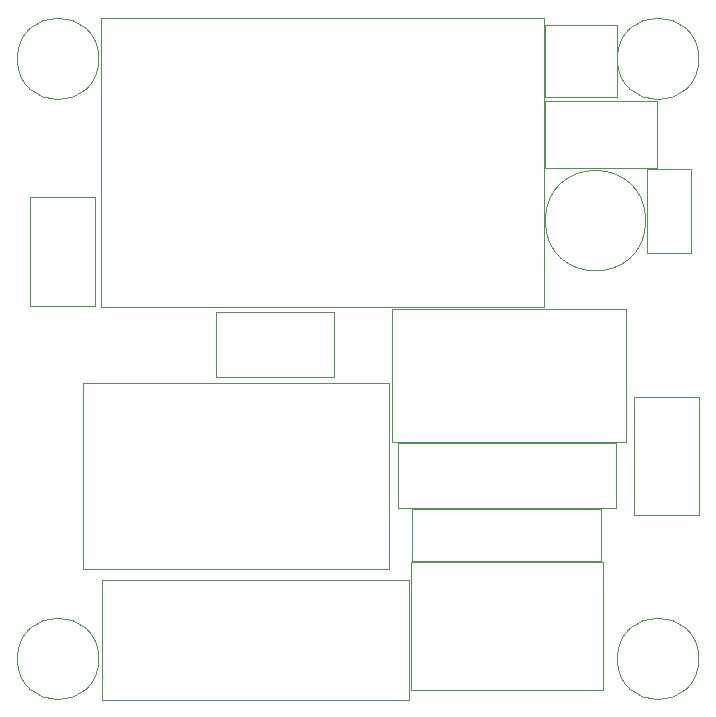
<source format=gbr>
%TF.GenerationSoftware,KiCad,Pcbnew,6.0.4-6f826c9f35~116~ubuntu18.04.1*%
%TF.CreationDate,2022-04-09T00:00:09+02:00*%
%TF.ProjectId,AE01.07.50.100,41453031-2e30-4372-9e35-302e3130302e,V1R0*%
%TF.SameCoordinates,PX9464480PY76a3180*%
%TF.FileFunction,Other,User*%
%FSLAX46Y46*%
G04 Gerber Fmt 4.6, Leading zero omitted, Abs format (unit mm)*
G04 Created by KiCad (PCBNEW 6.0.4-6f826c9f35~116~ubuntu18.04.1) date 2022-04-09 00:00:09*
%MOMM*%
%LPD*%
G01*
G04 APERTURE LIST*
%ADD10C,0.050000*%
G04 APERTURE END LIST*
D10*
%TO.C,L1*%
X2150000Y7650000D02*
X28050000Y7650000D01*
X28050000Y7650000D02*
X28050000Y23350000D01*
X2150000Y23350000D02*
X2150000Y7650000D01*
X28050000Y23350000D02*
X2150000Y23350000D01*
%TO.C,CONN1*%
X29860000Y-2605000D02*
X46110000Y-2605000D01*
X46110000Y-2605000D02*
X46110000Y8205000D01*
X29860000Y8205000D02*
X29860000Y-2605000D01*
X46110000Y8205000D02*
X29860000Y8205000D01*
%TO.C,L2*%
X48110000Y29655000D02*
X28290000Y29655000D01*
X28290000Y29655000D02*
X28290000Y18345000D01*
X28290000Y18345000D02*
X48110000Y18345000D01*
X48110000Y18345000D02*
X48110000Y29655000D01*
%TO.C,C1*%
X28750000Y12750000D02*
X47250000Y12750000D01*
X47250000Y12750000D02*
X47250000Y18250000D01*
X47250000Y18250000D02*
X28750000Y18250000D01*
X28750000Y18250000D02*
X28750000Y12750000D01*
%TO.C,C3*%
X48750000Y22200000D02*
X48750000Y12200000D01*
X54250000Y12200000D02*
X54250000Y22200000D01*
X54250000Y22200000D02*
X48750000Y22200000D01*
X48750000Y12200000D02*
X54250000Y12200000D01*
%TO.C,PS1*%
X3640000Y54290000D02*
X3640000Y29790000D01*
X3640000Y29790000D02*
X41140000Y29790000D01*
X3640000Y54290000D02*
X41140000Y54290000D01*
X41140000Y54290000D02*
X41140000Y29790000D01*
%TO.C,C2*%
X13400000Y29350000D02*
X13400000Y23850000D01*
X13400000Y23850000D02*
X23400000Y23850000D01*
X23400000Y23850000D02*
X23400000Y29350000D01*
X23400000Y29350000D02*
X13400000Y29350000D01*
%TO.C,CONN2*%
X41200000Y47560000D02*
X41200000Y53660000D01*
X41200000Y53660000D02*
X47300000Y53660000D01*
X47300000Y53660000D02*
X47300000Y47560000D01*
X47300000Y47560000D02*
X41200000Y47560000D01*
%TO.C,H2*%
X3450000Y0D02*
G75*
G03*
X3450000Y0I-3450000J0D01*
G01*
%TO.C,C5*%
X49750000Y37102651D02*
G75*
G03*
X49750000Y37102651I-4250000J0D01*
G01*
%TO.C,F1*%
X29700000Y-3450000D02*
X3700000Y-3450000D01*
X3700000Y6650000D02*
X29700000Y6650000D01*
X3700000Y-3450000D02*
X3700000Y6650000D01*
X29700000Y6650000D02*
X29700000Y-3450000D01*
%TO.C,H3*%
X3450000Y50800000D02*
G75*
G03*
X3450000Y50800000I-3450000J0D01*
G01*
%TO.C,RV1*%
X30000000Y12700000D02*
X30000000Y8300000D01*
X30000000Y12700000D02*
X46000000Y12700000D01*
X30000000Y8300000D02*
X46000000Y8300000D01*
X46000000Y12700000D02*
X46000000Y8300000D01*
%TO.C,R1*%
X3150000Y29860000D02*
X3150000Y39140000D01*
X3150000Y39140000D02*
X-2350000Y39140000D01*
X-2350000Y29860000D02*
X3150000Y29860000D01*
X-2350000Y39140000D02*
X-2350000Y29860000D01*
%TO.C,C4*%
X53550000Y34350000D02*
X53550000Y41450000D01*
X49850000Y34350000D02*
X53550000Y34350000D01*
X49850000Y41450000D02*
X49850000Y34350000D01*
X53550000Y41450000D02*
X49850000Y41450000D01*
%TO.C,H1*%
X54250000Y50800000D02*
G75*
G03*
X54250000Y50800000I-3450000J0D01*
G01*
%TO.C,H4*%
X54250000Y0D02*
G75*
G03*
X54250000Y0I-3450000J0D01*
G01*
%TO.C,TVS1*%
X50745000Y41540000D02*
X50745000Y47260000D01*
X41255000Y41540000D02*
X50745000Y41540000D01*
X50745000Y47260000D02*
X41255000Y47260000D01*
X41255000Y47260000D02*
X41255000Y41540000D01*
%TD*%
M02*

</source>
